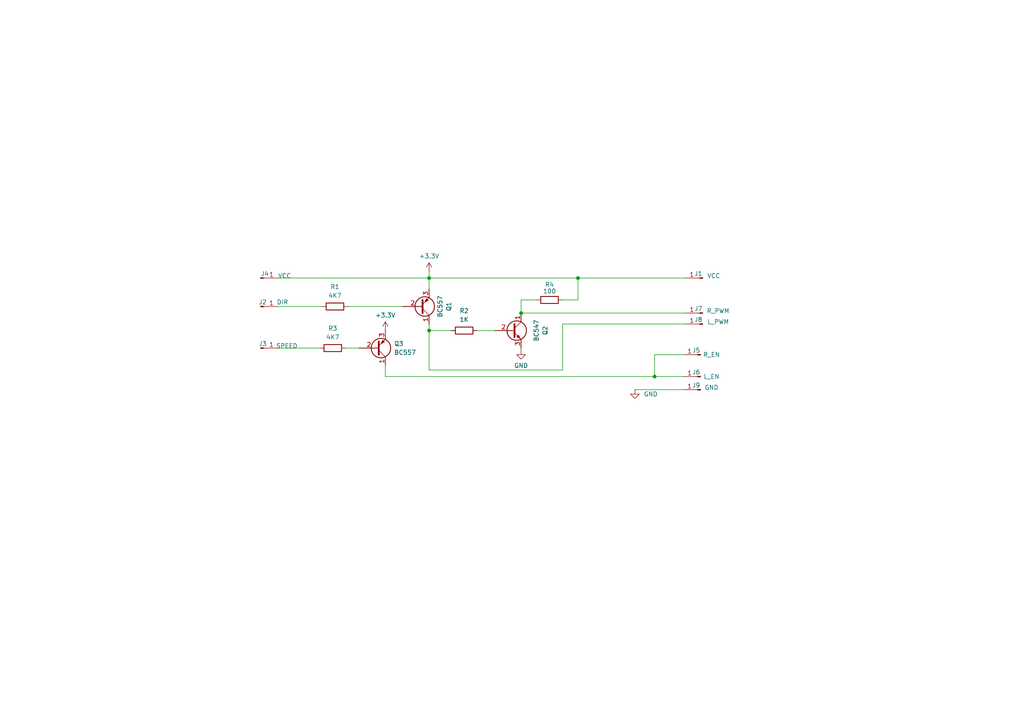
<source format=kicad_sch>
(kicad_sch (version 20230121) (generator eeschema)
  (paper "A4")
  (lib_symbols
    (symbol "Connector:Conn_01x01_Pin" (pin_names (offset 1.016) hide)
      (property "Reference" "J" (at 0 2.54 0))
      (property "Value" "Conn_01x01_Pin" (at 0 -2.54 0))
      (symbol "Conn_01x01_Pin_1_1"
        (polyline (pts (xy 1.27 0) (xy 0.8636 0)) (stroke (width 0.1524)))
        (rectangle (start 0.8636 0.127) (end 0 -0.127) (stroke (width 0.1524)) (fill (type outline)))
        (pin passive line (at 5.08 0 180) (length 3.81) (name "Pin_1") (number "1"))
      )
    )
    (symbol "Device:R" (pin_numbers hide) (pin_names (offset 0))
      (property "Reference" "R" (at 2.032 0 90))
      (property "Value" "R" (at 0 0 90))
      (symbol "R_0_1"
        (rectangle (start -1.016 -2.54) (end 1.016 2.54) (stroke (width 0.254)))
      )
      (symbol "R_1_1"
        (pin passive line (at 0 3.81 270) (length 1.27) (name "~") (number "1"))
        (pin passive line (at 0 -3.81 90) (length 1.27) (name "~") (number "2"))
      )
    )
    (symbol "Transistor_BJT:BC547" (pin_names (offset 0) hide)
      (property "Reference" "Q" (at 5.08 1.905 0))
      (property "Value" "BC547" (at 5.08 0 0))
      (symbol "BC547_0_1"
        (polyline (pts (xy 0 0) (xy 0.635 0)))
        (polyline (pts (xy 0.635 0.635) (xy 2.54 2.54)))
        (polyline (pts (xy 0.635 -0.635) (xy 2.54 -2.54) (xy 2.54 -2.54)))
        (polyline (pts (xy 0.635 1.905) (xy 0.635 -1.905) (xy 0.635 -1.905)) (stroke (width 0.508)))
        (polyline (pts (xy 1.27 -1.778) (xy 1.778 -1.27) (xy 2.286 -2.286) (xy 1.27 -1.778) (xy 1.27 -1.778)) (fill (type outline)))
        (circle (center 1.27 0) (radius 2.8194) (stroke (width 0.254)))
      )
      (symbol "BC547_1_1"
        (pin passive line (at 2.54 5.08 270) (length 2.54) (name "C") (number "1"))
        (pin input line (at -5.08 0 0) (length 5.08) (name "B") (number "2"))
        (pin passive line (at 2.54 -5.08 90) (length 2.54) (name "E") (number "3"))
      )
    )
    (symbol "Transistor_BJT:BC557" (pin_names (offset 0) hide)
      (property "Reference" "Q" (at 5.08 1.905 0))
      (property "Value" "BC557" (at 5.08 0 0))
      (symbol "BC557_0_1"
        (polyline (pts (xy 0.635 0.635) (xy 2.54 2.54)))
        (polyline (pts (xy 0.635 -0.635) (xy 2.54 -2.54) (xy 2.54 -2.54)))
        (polyline (pts (xy 0.635 1.905) (xy 0.635 -1.905) (xy 0.635 -1.905)) (stroke (width 0.508)))
        (polyline (pts (xy 2.286 -1.778) (xy 1.778 -2.286) (xy 1.27 -1.27) (xy 2.286 -1.778) (xy 2.286 -1.778)) (fill (type outline)))
        (circle (center 1.27 0) (radius 2.8194) (stroke (width 0.254)))
      )
      (symbol "BC557_1_1"
        (pin passive line (at 2.54 5.08 270) (length 2.54) (name "C") (number "1"))
        (pin input line (at -5.08 0 0) (length 5.715) (name "B") (number "2"))
        (pin passive line (at 2.54 -5.08 90) (length 2.54) (name "E") (number "3"))
      )
    )
    (symbol "power:+3.3V" (power) (pin_names (offset 0))
      (property "Value" "+3.3V" (at 0 3.556 0))
      (symbol "+3.3V_0_1"
        (polyline (pts (xy -0.762 1.27) (xy 0 2.54)))
        (polyline (pts (xy 0 0) (xy 0 2.54)))
        (polyline (pts (xy 0 2.54) (xy 0.762 1.27)))
      )
      (symbol "+3.3V_1_1"
        (pin power_in line (at 0 0 90) (length 0) hide (name "+3.3V") (number "1"))
      )
    )
    (symbol "power:GND" (power) (pin_names (offset 0))
      (property "Value" "GND" (at 0 -3.81 0))
      (symbol "GND_0_1"
        (polyline (pts (xy 0 0) (xy 0 -1.27) (xy 1.27 -1.27) (xy 0 -2.54) (xy -1.27 -1.27) (xy 0 -1.27)))
      )
      (symbol "GND_1_1"
        (pin power_in line (at 0 0 270) (length 0) hide (name "GND") (number "1"))
      )
    )
  )
  (junction (at 124.46 95.885))
  (junction (at 167.64 80.645))
  (junction (at 124.46 80.645))
  (junction (at 189.865 109.22))
  (junction (at 151.13 90.805))
  (wire (pts (xy 151.13 100.965) (xy 151.13 101.6)))
  (wire (pts (xy 198.12 102.87) (xy 189.865 102.87)))
  (wire (pts (xy 124.46 107.315) (xy 163.195 107.315)))
  (wire (pts (xy 151.13 86.995) (xy 155.575 86.995)))
  (wire (pts (xy 124.46 80.645) (xy 124.46 83.82)))
  (wire (pts (xy 198.755 93.98) (xy 163.195 93.98)))
  (wire (pts (xy 138.43 95.885) (xy 143.51 95.885)))
  (wire (pts (xy 189.865 102.87) (xy 189.865 109.22)))
  (wire (pts (xy 189.865 109.22) (xy 198.12 109.22)))
  (wire (pts (xy 80.645 88.9) (xy 93.345 88.9)))
  (wire (pts (xy 80.645 80.645) (xy 124.46 80.645)))
  (wire (pts (xy 151.13 90.805) (xy 198.755 90.805)))
  (wire (pts (xy 100.965 88.9) (xy 116.84 88.9)))
  (wire (pts (xy 111.76 109.22) (xy 189.865 109.22)))
  (wire (pts (xy 184.15 113.03) (xy 198.12 113.03)))
  (wire (pts (xy 124.46 95.885) (xy 124.46 93.98)))
  (wire (pts (xy 124.46 78.74) (xy 124.46 80.645)))
  (wire (pts (xy 151.13 86.995) (xy 151.13 90.805)))
  (wire (pts (xy 163.195 93.98) (xy 163.195 107.315)))
  (wire (pts (xy 111.76 109.22) (xy 111.76 106.045)))
  (wire (pts (xy 167.64 80.645) (xy 198.755 80.645)))
  (wire (pts (xy 130.81 95.885) (xy 124.46 95.885)))
  (wire (pts (xy 167.64 86.995) (xy 167.64 80.645)))
  (wire (pts (xy 104.14 100.965) (xy 100.33 100.965)))
  (wire (pts (xy 80.645 100.965) (xy 92.71 100.965)))
  (wire (pts (xy 124.46 80.645) (xy 167.64 80.645)))
  (wire (pts (xy 124.46 95.885) (xy 124.46 107.315)))
  (wire (pts (xy 163.195 86.995) (xy 167.64 86.995)))
  (symbol (lib_id "power:GND") (at 151.13 101.6 0) (unit 1)
    (property "Reference" "#PWR02" (effects hide))
    (property "Value" "GND" (at 151.13 106.045 0))
  )
  (symbol (lib_id "Connector:Conn_01x01_Pin") (at 203.835 80.645 0) (mirror y) (unit 1)
    (property "Reference" "J1" (at 202.565 79.375 0))
    (property "Value" "VCC" (at 207.01 80.01 0))
    (property "Footprint" "TestPoint:TestPoint_Pad_1.0x1.0mm" (effects hide))
  )
  (symbol (lib_id "power:+3.3V") (at 111.76 95.885 0) (unit 1)
    (property "Reference" "#PWR07" (effects hide))
    (property "Value" "+3.3V" (at 111.76 91.44 0))
  )
  (symbol (lib_id "Device:R") (at 97.155 88.9 270) (unit 1)
    (property "Reference" "R1" (at 97.155 83.185 90))
    (property "Value" "4K7" (at 97.155 85.725 90))
    (property "Footprint" "Resistor_THT:R_Axial_DIN0204_L3.6mm_D1.6mm_P7.62mm_Horizontal" (effects hide))
  )
  (symbol (lib_id "Connector:Conn_01x01_Pin") (at 203.835 93.98 0) (mirror y) (unit 1)
    (property "Reference" "J8" (at 202.565 92.71 0))
    (property "Value" "L_PWM" (at 208.28 93.345 0))
    (property "Footprint" "TestPoint:TestPoint_Pad_1.0x1.0mm" (effects hide))
  )
  (symbol (lib_id "Connector:Conn_01x01_Pin") (at 75.565 88.9 0) (unit 1)
    (property "Reference" "J2" (at 76.2 87.63 0))
    (property "Value" "DIR" (at 81.915 87.63 0))
    (property "Footprint" "TestPoint:TestPoint_Pad_1.0x1.0mm" (effects hide))
  )
  (symbol (lib_id "Transistor_BJT:BC557") (at 121.92 88.9 0) (mirror x) (unit 1)
    (property "Reference" "Q1" (at 130.175 88.9 90))
    (property "Value" "BC557" (at 127.635 88.9 90))
    (property "Footprint" "Package_TO_SOT_THT:TO-92_Inline" (effects hide))
    (property "Datasheet" "https://www.onsemi.com/pub/Collateral/BC556BTA-D.pdf" (effects hide))
  )
  (symbol (lib_id "Device:R") (at 134.62 95.885 270) (unit 1)
    (property "Reference" "R2" (at 134.62 90.17 90))
    (property "Value" "1K" (at 134.62 92.71 90))
    (property "Footprint" "Resistor_THT:R_Axial_DIN0204_L3.6mm_D1.6mm_P7.62mm_Horizontal" (effects hide))
  )
  (symbol (lib_id "power:GND") (at 184.15 113.03 0) (unit 1)
    (property "Reference" "#PWR03" (effects hide))
    (property "Value" "GND" (at 186.69 114.3 0) (effects (justify left)))
  )
  (symbol (lib_id "Connector:Conn_01x01_Pin") (at 203.835 90.805 0) (mirror y) (unit 1)
    (property "Reference" "J7" (at 202.565 89.535 0))
    (property "Value" "R_PWM" (at 208.28 90.17 0))
    (property "Footprint" "TestPoint:TestPoint_Pad_1.0x1.0mm" (effects hide))
  )
  (symbol (lib_id "Connector:Conn_01x01_Pin") (at 203.2 113.03 0) (mirror y) (unit 1)
    (property "Reference" "J9" (at 201.93 111.76 0))
    (property "Value" "GND" (at 206.375 112.395 0))
    (property "Footprint" "TestPoint:TestPoint_Pad_1.0x1.0mm" (effects hide))
  )
  (symbol (lib_id "Connector:Conn_01x01_Pin") (at 75.565 80.645 0) (unit 1)
    (property "Reference" "J4" (at 76.835 79.375 0))
    (property "Value" "VCC" (at 82.55 80.01 0))
    (property "Footprint" "TestPoint:TestPoint_Pad_1.0x1.0mm" (effects hide))
  )
  (symbol (lib_id "Transistor_BJT:BC557") (at 109.22 100.965 0) (mirror x) (unit 1)
    (property "Reference" "Q3" (at 114.3 99.695 0) (effects (justify left)))
    (property "Value" "BC557" (at 114.3 102.235 0) (effects (justify left)))
    (property "Footprint" "Package_TO_SOT_THT:TO-92_Inline" (effects hide))
    (property "Datasheet" "https://www.onsemi.com/pub/Collateral/BC556BTA-D.pdf" (effects hide))
  )
  (symbol (lib_id "power:+3.3V") (at 124.46 78.74 0) (unit 1)
    (property "Reference" "#PWR06" (effects hide))
    (property "Value" "+3.3V" (at 124.46 74.295 0))
  )
  (symbol (lib_id "Device:R") (at 159.385 86.995 270) (unit 1)
    (property "Reference" "R4" (at 159.385 82.55 90))
    (property "Value" "100" (at 159.385 84.455 90))
    (property "Footprint" "Resistor_THT:R_Axial_DIN0204_L3.6mm_D1.6mm_P7.62mm_Horizontal" (effects hide))
  )
  (symbol (lib_id "Device:R") (at 96.52 100.965 270) (unit 1)
    (property "Reference" "R3" (at 96.52 95.25 90))
    (property "Value" "4K7" (at 96.52 97.79 90))
    (property "Footprint" "Resistor_THT:R_Axial_DIN0204_L3.6mm_D1.6mm_P7.62mm_Horizontal" (effects hide))
  )
  (symbol (lib_id "Connector:Conn_01x01_Pin") (at 75.565 100.965 0) (unit 1)
    (property "Reference" "J3" (at 76.2 99.695 0))
    (property "Value" "SPEED" (at 83.185 100.33 0))
    (property "Footprint" "TestPoint:TestPoint_Pad_1.0x1.0mm" (effects hide))
  )
  (symbol (lib_id "Connector:Conn_01x01_Pin") (at 203.2 109.22 0) (mirror y) (unit 1)
    (property "Reference" "J6" (at 201.93 107.95 0))
    (property "Value" "L_EN" (at 206.375 109.22 0))
    (property "Footprint" "TestPoint:TestPoint_Pad_1.0x1.0mm" (effects hide))
  )
  (symbol (lib_id "Connector:Conn_01x01_Pin") (at 203.2 102.87 0) (mirror y) (unit 1)
    (property "Reference" "J5" (at 201.93 101.6 0))
    (property "Value" "R_EN" (at 206.375 102.87 0))
    (property "Footprint" "TestPoint:TestPoint_Pad_1.0x1.0mm" (effects hide))
  )
  (symbol (lib_id "Transistor_BJT:BC547") (at 148.59 95.885 0) (unit 1)
    (property "Reference" "Q2" (at 158.115 95.885 90))
    (property "Value" "BC547" (at 155.575 95.885 90))
    (property "Footprint" "Package_TO_SOT_THT:TO-92_Inline" (effects hide))
    (property "Datasheet" "https://www.onsemi.com/pub/Collateral/BC550-D.pdf" (effects hide))
  )
)
</source>
